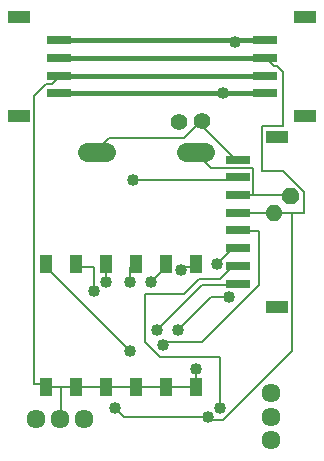
<source format=gbl>
G75*
G70*
%OFA0B0*%
%FSLAX24Y24*%
%IPPOS*%
%LPD*%
%AMOC8*
5,1,8,0,0,1.08239X$1,22.5*
%
%ADD10C,0.0634*%
%ADD11R,0.0787X0.0276*%
%ADD12R,0.0748X0.0433*%
%ADD13C,0.0555*%
%ADD14R,0.0433X0.0591*%
%ADD15C,0.0634*%
%ADD16C,0.0111*%
%ADD17C,0.0080*%
%ADD18C,0.0400*%
%ADD19C,0.0160*%
D10*
X002917Y001990D03*
X003705Y001990D03*
X004492Y001990D03*
X010726Y002053D03*
X010726Y001265D03*
X010726Y002840D03*
D11*
X009624Y006495D03*
X009624Y007086D03*
X009624Y007677D03*
X009624Y008267D03*
X009624Y008858D03*
X009624Y009448D03*
X009624Y010039D03*
X009624Y010629D03*
X010547Y012836D03*
X010547Y013427D03*
X010547Y014017D03*
X010547Y014608D03*
X003654Y014608D03*
X003654Y014017D03*
X003654Y013427D03*
X003654Y012836D03*
D12*
X002335Y012068D03*
X002335Y015375D03*
X010943Y011397D03*
X011866Y012068D03*
X011866Y015375D03*
X010943Y005728D03*
D13*
X008437Y011903D03*
X007683Y011875D03*
D14*
X007244Y007138D03*
X006244Y007138D03*
X005244Y007138D03*
X004244Y007138D03*
X003244Y007138D03*
X003244Y003044D03*
X004244Y003044D03*
X005244Y003044D03*
X006244Y003044D03*
X007244Y003044D03*
X008244Y003044D03*
X008244Y007138D03*
D15*
X008545Y010891D02*
X007912Y010891D01*
X005238Y010891D02*
X004605Y010891D01*
D16*
X010854Y008698D02*
X010910Y008642D01*
X010726Y008641D01*
X010597Y008769D01*
X010596Y008953D01*
X010724Y009082D01*
X010908Y009083D01*
X011037Y008955D01*
X011038Y008771D01*
X010910Y008642D01*
X010875Y008724D01*
X010760Y008724D01*
X010679Y008804D01*
X010679Y008919D01*
X010759Y009000D01*
X010874Y009000D01*
X010955Y008920D01*
X010955Y008805D01*
X010875Y008724D01*
X010840Y008808D01*
X010794Y008808D01*
X010763Y008839D01*
X010763Y008885D01*
X010794Y008916D01*
X010840Y008916D01*
X010871Y008885D01*
X010871Y008839D01*
X010840Y008808D01*
X011409Y009256D02*
X011465Y009200D01*
X011281Y009199D01*
X011152Y009327D01*
X011151Y009511D01*
X011279Y009640D01*
X011463Y009641D01*
X011592Y009513D01*
X011593Y009329D01*
X011465Y009200D01*
X011430Y009282D01*
X011315Y009282D01*
X011234Y009362D01*
X011234Y009477D01*
X011314Y009558D01*
X011429Y009558D01*
X011510Y009478D01*
X011510Y009363D01*
X011430Y009282D01*
X011395Y009366D01*
X011349Y009366D01*
X011318Y009397D01*
X011318Y009443D01*
X011349Y009474D01*
X011395Y009474D01*
X011426Y009443D01*
X011426Y009397D01*
X011395Y009366D01*
D17*
X011372Y009420D02*
X011344Y009441D01*
X010144Y009441D01*
X010144Y010341D01*
X008744Y010341D01*
X008244Y010841D01*
X008229Y010891D01*
X007844Y011341D02*
X005344Y011341D01*
X004944Y010941D01*
X004921Y010891D01*
X006144Y009941D02*
X009544Y009941D01*
X009624Y010039D01*
X009624Y009448D02*
X009644Y009441D01*
X010144Y009441D01*
X009644Y008841D02*
X009624Y008858D01*
X009644Y008841D02*
X010744Y008841D01*
X010817Y008862D01*
X010844Y008841D01*
X011444Y008841D01*
X011844Y008841D01*
X011844Y009541D01*
X011144Y010241D01*
X010444Y010241D01*
X010444Y011741D01*
X011144Y011741D01*
X011144Y013541D01*
X010944Y013741D01*
X010844Y013741D01*
X010644Y013941D01*
X010547Y014017D01*
X009544Y014541D02*
X009544Y014608D01*
X009144Y012841D02*
X009144Y012836D01*
X008437Y011903D02*
X008344Y011841D01*
X007844Y011341D01*
X008344Y011841D02*
X009544Y010641D01*
X009624Y010629D01*
X009624Y008267D02*
X009644Y008241D01*
X010344Y008241D01*
X010344Y006441D01*
X008444Y004541D01*
X007244Y004541D01*
X007144Y004441D01*
X007044Y004041D02*
X006544Y004541D01*
X006544Y006141D01*
X007844Y006141D01*
X008344Y006641D01*
X009044Y006641D01*
X009444Y007041D01*
X009544Y007041D01*
X009624Y007086D01*
X009544Y007641D02*
X009444Y007641D01*
X008944Y007141D01*
X009544Y007641D02*
X009624Y007677D01*
X009624Y006495D02*
X009544Y006441D01*
X008444Y006441D01*
X006944Y004941D01*
X007644Y004941D02*
X008744Y006041D01*
X009344Y006041D01*
X008244Y007041D02*
X008244Y007138D01*
X008244Y007041D02*
X007844Y007041D01*
X007744Y006941D01*
X007244Y007041D02*
X007244Y007138D01*
X007244Y007041D02*
X006744Y006541D01*
X006244Y007041D02*
X006244Y007138D01*
X006244Y007041D02*
X006044Y007041D01*
X006044Y006541D01*
X005244Y006541D02*
X005244Y007138D01*
X004844Y007041D02*
X004244Y007041D01*
X004244Y007138D01*
X004844Y007041D02*
X004844Y006241D01*
X003244Y007041D02*
X006044Y004241D01*
X006244Y003044D02*
X006244Y003041D01*
X007244Y003041D01*
X007244Y003044D01*
X007244Y003041D02*
X008244Y003041D01*
X008244Y003044D01*
X008244Y003641D01*
X009044Y004041D02*
X007044Y004041D01*
X006244Y003041D02*
X005244Y003041D01*
X005244Y003044D01*
X005244Y003041D02*
X004244Y003041D01*
X004244Y003044D01*
X004244Y003041D02*
X003744Y003041D01*
X003744Y002041D01*
X003705Y001990D01*
X003744Y003041D02*
X003244Y003041D01*
X003244Y003044D01*
X003244Y003141D01*
X002844Y003141D01*
X002844Y012741D01*
X003244Y013141D01*
X003444Y013141D01*
X003644Y013341D01*
X003654Y013427D01*
X003244Y007138D02*
X003244Y007041D01*
X005544Y002341D02*
X005844Y002041D01*
X008644Y002041D01*
X008744Y001941D01*
X009144Y001941D01*
X011444Y004241D01*
X011444Y008841D01*
X009044Y004041D02*
X009044Y002341D01*
D18*
X009044Y002341D03*
X008644Y002041D03*
X008244Y003641D03*
X007644Y004941D03*
X007144Y004441D03*
X006944Y004941D03*
X006044Y004241D03*
X005544Y002341D03*
X004844Y006241D03*
X005244Y006541D03*
X006044Y006541D03*
X006744Y006541D03*
X007744Y006941D03*
X008944Y007141D03*
X009344Y006041D03*
X006144Y009941D03*
X009144Y012841D03*
X009544Y014541D03*
D19*
X009544Y014608D02*
X010547Y014608D01*
X010547Y014017D02*
X003654Y014017D01*
X003654Y013427D02*
X010547Y013427D01*
X010547Y012836D02*
X009144Y012836D01*
X003654Y012836D01*
X003654Y014608D02*
X009544Y014608D01*
M02*

</source>
